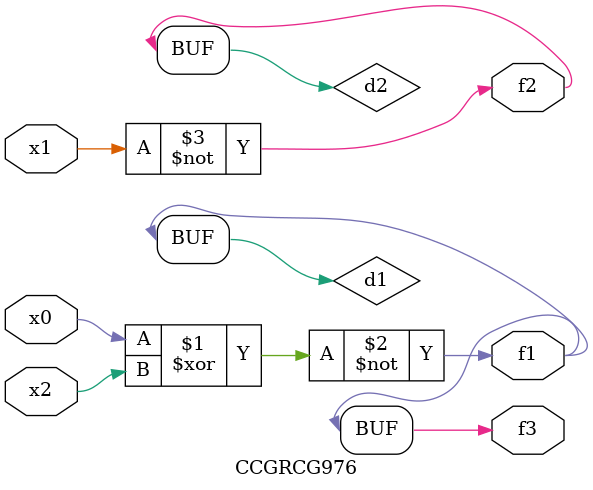
<source format=v>
module CCGRCG976(
	input x0, x1, x2,
	output f1, f2, f3
);

	wire d1, d2, d3;

	xnor (d1, x0, x2);
	nand (d2, x1);
	nor (d3, x1, x2);
	assign f1 = d1;
	assign f2 = d2;
	assign f3 = d1;
endmodule

</source>
